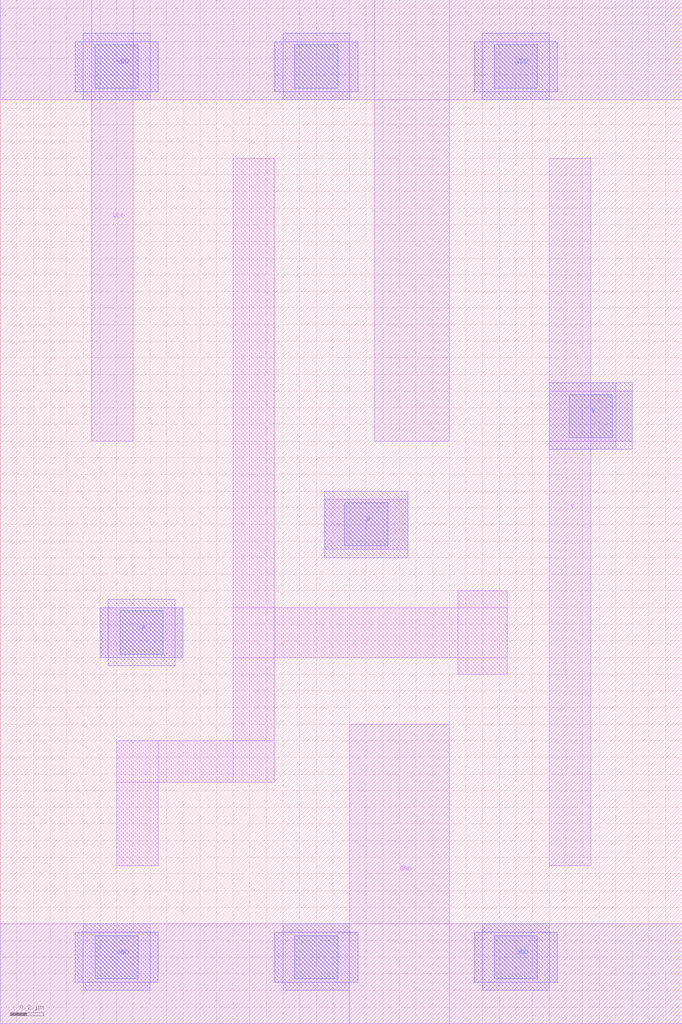
<source format=lef>
VERSION 5.7 ;
BUSBITCHARS "[]" ;
DIVIDERCHAR "/" ;

MACRO gf180mcu_osu_sc_9T_and2_1
  CLASS CORE ;
  ORIGIN 0 0 ;
  FOREIGN gf180mcu_osu_sc_9T_and2_1 0 0 ;
  SIZE 4.1 BY 6.15 ;
  SYMMETRY X Y ;
  SITE 9T ;
  PIN A
    DIRECTION INPUT ;
    USE SIGNAL ;
    PORT
      LAYER MET1 ;
        RECT 0.6 2.2 1.1 2.5 ;
      LAYER MET2 ;
        RECT 0.6 2.2 1.1 2.5 ;
        RECT 0.65 2.15 1.05 2.55 ;
      LAYER VIA12 ;
        RECT 0.72 2.22 0.98 2.48 ;
    END
  END A
  PIN B
    DIRECTION INPUT ;
    USE SIGNAL ;
    PORT
      LAYER MET1 ;
        RECT 1.95 2.85 2.45 3.15 ;
      LAYER MET2 ;
        RECT 1.95 2.8 2.45 3.2 ;
      LAYER VIA12 ;
        RECT 2.07 2.87 2.33 3.13 ;
    END
  END B
  PIN GND
    DIRECTION INPUT ;
    USE SIGNAL ;
    PORT
      LAYER MET1 ;
        RECT 0 0 4.1 0.6 ;
        RECT 2.1 0 2.7 1.8 ;
      LAYER MET2 ;
        RECT 2.85 0.25 3.35 0.55 ;
        RECT 2.9 0.2 3.3 0.6 ;
        RECT 1.65 0.25 2.15 0.55 ;
        RECT 1.7 0.2 2.1 0.6 ;
        RECT 0.45 0.25 0.95 0.55 ;
        RECT 0.5 0.2 0.9 0.6 ;
      LAYER VIA12 ;
        RECT 0.57 0.27 0.83 0.53 ;
        RECT 1.77 0.27 2.03 0.53 ;
        RECT 2.97 0.27 3.23 0.53 ;
    END
  END GND
  PIN VDD
    DIRECTION INOUT ;
    USE POWER ;
    SHAPE ABUTMENT ;
    PORT
      LAYER MET1 ;
        RECT 0 5.55 4.1 6.15 ;
        RECT 2.25 3.5 2.7 6.15 ;
        RECT 0.55 3.5 0.8 6.15 ;
      LAYER MET2 ;
        RECT 2.85 5.6 3.35 5.9 ;
        RECT 2.9 5.55 3.3 5.95 ;
        RECT 1.65 5.6 2.15 5.9 ;
        RECT 1.7 5.55 2.1 5.95 ;
        RECT 0.45 5.6 0.95 5.9 ;
        RECT 0.5 5.55 0.9 5.95 ;
      LAYER VIA12 ;
        RECT 0.57 5.62 0.83 5.88 ;
        RECT 1.77 5.62 2.03 5.88 ;
        RECT 2.97 5.62 3.23 5.88 ;
    END
  END VDD
  PIN Y
    DIRECTION OUTPUT ;
    USE SIGNAL ;
    PORT
      LAYER MET1 ;
        RECT 3.3 3.5 3.8 3.8 ;
        RECT 3.3 3.45 3.7 3.85 ;
        RECT 3.3 0.95 3.55 5.2 ;
      LAYER MET2 ;
        RECT 3.3 3.45 3.8 3.85 ;
      LAYER VIA12 ;
        RECT 3.42 3.52 3.68 3.78 ;
    END
  END Y
  OBS
    LAYER MET1 ;
      RECT 1.4 1.45 1.65 5.2 ;
      RECT 2.75 2.1 3.05 2.6 ;
      RECT 1.4 2.2 3.05 2.5 ;
      RECT 0.7 1.45 1.65 1.7 ;
      RECT 0.7 0.95 0.95 1.7 ;
  END
END gf180mcu_osu_sc_9T_and2_1

</source>
